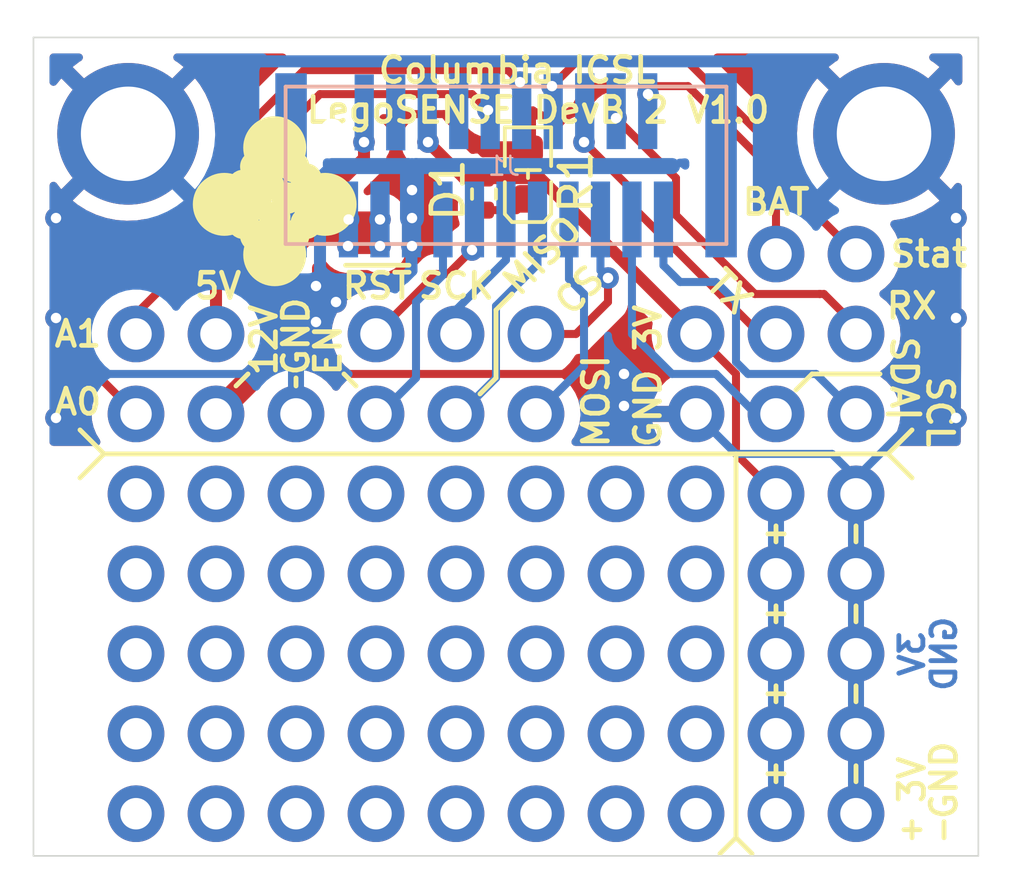
<source format=kicad_pcb>
(kicad_pcb (version 20211014) (generator pcbnew)
  (layers (0 "F.Cu" signal "Front") (31 "B.Cu" signal "Back") (34 "B.Paste" user) (35 "F.Paste" user) (36 "B.SilkS" user "B.Silkscreen") (37 "F.SilkS" user "F.Silkscreen") (38 "B.Mask" user) (39 "F.Mask" user) (44 "Edge.Cuts" user))
  (net 0 "")
  (net 1 "GND")
  (net 2 "/12V")
  (net 3 "/3V3")
  (net 4 "Net-(D1-Pad2)")
  (net 5 "/~{RST}")
  (net 6 "/SCK")
  (net 7 "/MISO")
  (net 8 "/MOSI")
  (net 9 "/CS")
  (net 10 "/SDA")
  (net 11 "/SCL")
  (net 12 "/5V")
  (net 13 "/TX")
  (net 14 "/RX")
  (net 15 "/EN")
  (net 16 "/Status")
  (net 17 "/A0")
  (net 18 "/A1")
  (net 19 "/BAT")
  (footprint "ICSL:M1502-B-2545-AL-TOP" (layer "F.Cu") (at 98.048 66.986)
    (fp_text reference "H1" hide)
    (fp_text value "GND" hide)
    (pad "1" thru_hole circle locked (at -3.048 -2.986) (size 4.5 4.5) (drill 3) (layers *.Cu *.Mask) (net 1 "GND"))
  )
  (footprint "ICSL:M1502-B-2545-AL-TOP" (layer "F.Cu") (at 119 64)
    (fp_text reference "H2" hide)
    (fp_text value "GND" hide)
    (pad "1" thru_hole circle locked (at 0 0) (size 4.5 4.5) (drill 3) (layers *.Cu *.Mask) (net 1 "GND"))
  )
  (footprint "ICSL:PinHeader_1x01_NoSilk" (layer "F.Cu") (at 97.79 72.898)
    (fp_text reference "J24" hide)
    (fp_text value "Conn_01x01" hide)
    (pad "1" thru_hole oval locked (at 0 0) (size 1.8 1.8) (drill 1) (layers *.Cu *.Mask) (net 2 "/12V"))
  )
  (footprint "ICSL:PinHeader_1x01_NoSilk" (layer "F.Cu") (at 100.33 72.898)
    (fp_text reference "J25" hide)
    (fp_text value "Conn_01x01" hide)
    (pad "1" thru_hole oval locked (at 0 0) (size 1.8 1.8) (drill 1) (layers *.Cu *.Mask) (net 1 "GND"))
  )
  (footprint "ICSL:PinHeader_1x01_NoSilk" (layer "F.Cu") (at 95.25 70.358)
    (fp_text reference "J27" hide)
    (fp_text value "Conn_01x01" hide)
    (pad "1" thru_hole oval locked (at 0 0) (size 1.8 1.8) (drill 1) (layers *.Cu *.Mask) (net 18 "/A1"))
  )
  (footprint "ICSL:PinHeader_1x01_NoSilk" (layer "F.Cu") (at 102.87 70.358)
    (fp_text reference "J28" hide)
    (fp_text value "Conn_01x01" hide)
    (pad "1" thru_hole oval locked (at 0 0) (size 1.8 1.8) (drill 1) (layers *.Cu *.Mask) (net 5 "/~{RST}"))
  )
  (footprint "ICSL:PinHeader_1x01_NoSilk" (layer "F.Cu") (at 97.79 70.358)
    (fp_text reference "J29" hide)
    (fp_text value "Conn_01x01" hide)
    (pad "1" thru_hole oval locked (at 0 0) (size 1.8 1.8) (drill 1) (layers *.Cu *.Mask) (net 12 "/5V"))
  )
  (footprint "ICSL:PinHeader_1x01_NoSilk" (layer "F.Cu") (at 102.87 72.898)
    (fp_text reference "J32" hide)
    (fp_text value "Conn_01x01" hide)
    (pad "1" thru_hole oval locked (at 0 0) (size 1.8 1.8) (drill 1) (layers *.Cu *.Mask) (net 15 "/EN"))
  )
  (footprint "ICSL:PinHeader_1x01_NoSilk" (layer "F.Cu") (at 115.57 72.898)
    (fp_text reference "J13" hide)
    (fp_text value "Conn_01x01" hide)
    (pad "1" thru_hole oval locked (at 0 0) (size 1.8 1.8) (drill 1) (layers *.Cu *.Mask) (net 10 "/SDA"))
  )
  (footprint "ICSL:PinHeader_1x01_NoSilk" (layer "F.Cu") (at 113.03 70.358)
    (fp_text reference "J14" hide)
    (fp_text value "Conn_01x01" hide)
    (pad "1" thru_hole oval locked (at 0 0) (size 1.8 1.8) (drill 1) (layers *.Cu *.Mask) (net 3 "/3V3"))
  )
  (footprint "ICSL:PinHeader_1x01_NoSilk" (layer "F.Cu") (at 113.03 72.898)
    (fp_text reference "J15" hide)
    (fp_text value "Conn_01x01" hide)
    (pad "1" thru_hole oval locked (at 0 0) (size 1.8 1.8) (drill 1) (layers *.Cu *.Mask) (net 1 "GND"))
  )
  (footprint "ICSL:PinHeader_1x01_NoSilk" (layer "F.Cu") (at 105.41 70.358)
    (fp_text reference "J16" hide)
    (fp_text value "Conn_01x01" hide)
    (pad "1" thru_hole oval locked (at 0 0) (size 1.8 1.8) (drill 1) (layers *.Cu *.Mask) (net 6 "/SCK"))
  )
  (footprint "ICSL:PinHeader_1x01_NoSilk" (layer "F.Cu") (at 105.41 72.898)
    (fp_text reference "J18" hide)
    (fp_text value "Conn_01x01" hide)
    (pad "1" thru_hole oval locked (at 0 0) (size 1.8 1.8) (drill 1) (layers *.Cu *.Mask) (net 7 "/MISO"))
  )
  (footprint "ICSL:PinHeader_1x01_NoSilk" (layer "F.Cu") (at 107.95 72.898)
    (fp_text reference "J19" hide)
    (fp_text value "Conn_01x01" hide)
    (pad "1" thru_hole oval locked (at 0 0) (size 1.8 1.8) (drill 1) (layers *.Cu *.Mask) (net 8 "/MOSI"))
  )
  (footprint "ICSL:PinHeader_1x01_NoSilk" (layer "F.Cu") (at 107.95 70.358)
    (fp_text reference "J17" hide)
    (fp_text value "Conn_01x01" hide)
    (pad "1" thru_hole oval locked (at 0 0) (size 1.8 1.8) (drill 1) (layers *.Cu *.Mask) (net 9 "/CS"))
  )
  (footprint "ICSL:PinHeader_1x01_NoSilk" (layer "F.Cu") (at 118.11 70.358 180)
    (fp_text reference "J22" hide)
    (fp_text value "Conn_01x01" hide)
    (pad "1" thru_hole oval locked (at 0 0 180) (size 1.8 1.8) (drill 1) (layers *.Cu *.Mask) (net 14 "/RX"))
  )
  (footprint "ICSL:PinHeader_1x01_NoSilk" (layer "F.Cu") (at 118.11 67.818)
    (fp_text reference "J31" hide)
    (fp_text value "Conn_01x01" hide)
    (pad "1" thru_hole oval locked (at 0 0) (size 1.8 1.8) (drill 1) (layers *.Cu *.Mask) (net 16 "/Status"))
  )
  (footprint "ICSL:PinHeader_1x01_NoSilk" (layer "F.Cu") (at 95.25 72.898)
    (fp_text reference "J26" hide)
    (fp_text value "Conn_01x01" hide)
    (pad "1" thru_hole oval locked (at 0 0) (size 1.8 1.8) (drill 1) (layers *.Cu *.Mask) (net 17 "/A0"))
  )
  (footprint "ICSL:PinHeader_1x01_NoSilk" (layer "F.Cu") (at 115.57 70.358)
    (fp_text reference "J21" hide)
    (fp_text value "Conn_01x01" hide)
    (pad "1" thru_hole oval locked (at 0 0) (size 1.8 1.8) (drill 1) (layers *.Cu *.Mask) (net 13 "/TX"))
  )
  (footprint "ICSL:PinHeader_1x01_NoSilk" (layer "F.Cu") (at 115.57 67.818)
    (fp_text reference "J30" hide)
    (fp_text value "Conn_01x01" hide)
    (pad "1" thru_hole oval locked (at 0 0) (size 1.8 1.8) (drill 1) (layers *.Cu *.Mask) (net 19 "/BAT"))
  )
  (footprint "ICSL:PinHeader_1x01_NoSilk" (layer "F.Cu") (at 118.11 72.898)
    (fp_text reference "J12" hide)
    (fp_text value "Conn_01x01" hide)
    (pad "1" thru_hole oval locked (at 0 0) (size 1.8 1.8) (drill 1) (layers *.Cu *.Mask) (net 11 "/SCL"))
  )
  (footprint "ICSL:PinHeader_1x08_2.54mm_NoSilk" (layer "F.Cu") (at 95.25 75.438 90)
    (fp_text reference "J2" hide)
    (fp_text value "Conn_01x08" hide)
    (pad "1" thru_hole oval locked (at 0 0 90) (size 1.8 1.8) (drill 1) (layers *.Cu *.Mask))
    (pad "2" thru_hole oval locked (at 0 2.54 90) (size 1.8 1.8) (drill 1) (layers *.Cu *.Mask))
    (pad "3" thru_hole oval locked (at 0 5.08 90) (size 1.8 1.8) (drill 1) (layers *.Cu *.Mask))
    (pad "4" thru_hole oval locked (at 0 7.62 90) (size 1.8 1.8) (drill 1) (layers *.Cu *.Mask))
    (pad "5" thru_hole oval locked (at 0 10.16 90) (size 1.8 1.8) (drill 1) (layers *.Cu *.Mask))
    (pad "6" thru_hole oval locked (at 0 12.7 90) (size 1.8 1.8) (drill 1) (layers *.Cu *.Mask))
    (pad "7" thru_hole oval locked (at 0 15.24 90) (size 1.8 1.8) (drill 1) (layers *.Cu *.Mask))
    (pad "8" thru_hole oval locked (at 0 17.78 90) (size 1.8 1.8) (drill 1) (layers *.Cu *.Mask))
  )
  (footprint "ICSL:PinHeader_1x08_2.54mm_NoSilk" (layer "F.Cu") (at 95.25 77.978 90)
    (fp_text reference "J3" hide)
    (fp_text value "Conn_01x08" hide)
    (pad "1" thru_hole oval locked (at 0 0 90) (size 1.8 1.8) (drill 1) (layers *.Cu *.Mask))
    (pad "2" thru_hole oval locked (at 0 2.54 90) (size 1.8 1.8) (drill 1) (layers *.Cu *.Mask))
    (pad "3" thru_hole oval locked (at 0 5.08 90) (size 1.8 1.8) (drill 1) (layers *.Cu *.Mask))
    (pad "4" thru_hole oval locked (at 0 7.62 90) (size 1.8 1.8) (drill 1) (layers *.Cu *.Mask))
    (pad "5" thru_hole oval locked (at 0 10.16 90) (size 1.8 1.8) (drill 1) (layers *.Cu *.Mask))
    (pad "6" thru_hole oval locked (at 0 12.7 90) (size 1.8 1.8) (drill 1) (layers *.Cu *.Mask))
    (pad "7" thru_hole oval locked (at 0 15.24 90) (size 1.8 1.8) (drill 1) (layers *.Cu *.Mask))
    (pad "8" thru_hole oval locked (at 0 17.78 90) (size 1.8 1.8) (drill 1) (layers *.Cu *.Mask))
  )
  (footprint "ICSL:PinHeader_1x08_2.54mm_NoSilk" (layer "F.Cu") (at 95.25 80.518 90)
    (fp_text reference "J4" hide)
    (fp_text value "Conn_01x08" hide)
    (pad "1" thru_hole oval locked (at 0 0 90) (size 1.8 1.8) (drill 1) (layers *.Cu *.Mask))
    (pad "2" thru_hole oval locked (at 0 2.54 90) (size 1.8 1.8) (drill 1) (layers *.Cu *.Mask))
    (pad "3" thru_hole oval locked (at 0 5.08 90) (size 1.8 1.8) (drill 1) (layers *.Cu *.Mask))
    (pad "4" thru_hole oval locked (at 0 7.62 90) (size 1.8 1.8) (drill 1) (layers *.Cu *.Mask))
    (pad "5" thru_hole oval locked (at 0 10.16 90) (size 1.8 1.8) (drill 1) (layers *.Cu *.Mask))
    (pad "6" thru_hole oval locked (at 0 12.7 90) (size 1.8 1.8) (drill 1) (layers *.Cu *.Mask))
    (pad "7" thru_hole oval locked (at 0 15.24 90) (size 1.8 1.8) (drill 1) (layers *.Cu *.Mask))
    (pad "8" thru_hole oval locked (at 0 17.78 90) (size 1.8 1.8) (drill 1) (layers *.Cu *.Mask))
  )
  (footprint "ICSL:PinHeader_1x08_2.54mm_NoSilk" (layer "F.Cu") (at 95.25 83.058 90)
    (fp_text reference "J5" hide)
    (fp_text value "Conn_01x08" hide)
    (pad "1" thru_hole oval locked (at 0 0 90) (size 1.8 1.8) (drill 1) (layers *.Cu *.Mask))
    (pad "2" thru_hole oval locked (at 0 2.54 90) (size 1.8 1.8) (drill 1) (layers *.Cu *.Mask))
    (pad "3" thru_hole oval locked (at 0 5.08 90) (size 1.8 1.8) (drill 1) (layers *.Cu *.Mask))
    (pad "4" thru_hole oval locked (at 0 7.62 90) (size 1.8 1.8) (drill 1) (layers *.Cu *.Mask))
    (pad "5" thru_hole oval locked (at 0 10.16 90) (size 1.8 1.8) (drill 1) (layers *.Cu *.Mask))
    (pad "6" thru_hole oval locked (at 0 12.7 90) (size 1.8 1.8) (drill 1) (layers *.Cu *.Mask))
    (pad "7" thru_hole oval locked (at 0 15.24 90) (size 1.8 1.8) (drill 1) (layers *.Cu *.Mask))
    (pad "8" thru_hole oval locked (at 0 17.78 90) (size 1.8 1.8) (drill 1) (layers *.Cu *.Mask))
  )
  (footprint "ICSL:PinHeader_1x08_2.54mm_NoSilk" (layer "F.Cu") (at 95.25 85.598 90)
    (fp_text reference "J6" hide)
    (fp_text value "Conn_01x08" hide)
    (pad "1" thru_hole oval locked (at 0 0 90) (size 1.8 1.8) (drill 1) (layers *.Cu *.Mask))
    (pad "2" thru_hole oval locked (at 0 2.54 90) (size 1.8 1.8) (drill 1) (layers *.Cu *.Mask))
    (pad "3" thru_hole oval locked (at 0 5.08 90) (size 1.8 1.8) (drill 1) (layers *.Cu *.Mask))
    (pad "4" thru_hole oval locked (at 0 7.62 90) (size 1.8 1.8) (drill 1) (layers *.Cu *.Mask))
    (pad "5" thru_hole oval locked (at 0 10.16 90) (size 1.8 1.8) (drill 1) (layers *.Cu *.Mask))
    (pad "6" thru_hole oval locked (at 0 12.7 90) (size 1.8 1.8) (drill 1) (layers *.Cu *.Mask))
    (pad "7" thru_hole oval locked (at 0 15.24 90) (size 1.8 1.8) (drill 1) (layers *.Cu *.Mask))
    (pad "8" thru_hole oval locked (at 0 17.78 90) (size 1.8 1.8) (drill 1) (layers *.Cu *.Mask))
  )
  (footprint "ICSL:PinHeader_1x05_2.54mm_NoSilk" (layer "F.Cu") (at 115.57 75.438)
    (fp_text reference "J7" hide)
    (fp_text value "Conn_01x05" hide)
    (pad "1" thru_hole oval locked (at 0 0) (size 1.8 1.8) (drill 1) (layers *.Cu *.Mask) (net 3 "/3V3"))
    (pad "2" thru_hole oval locked (at 0 2.54) (size 1.8 1.8) (drill 1) (layers *.Cu *.Mask) (net 3 "/3V3"))
    (pad "3" thru_hole oval locked (at 0 5.08) (size 1.8 1.8) (drill 1) (layers *.Cu *.Mask) (net 3 "/3V3"))
    (pad "4" thru_hole oval locked (at 0 7.62) (size 1.8 1.8) (drill 1) (layers *.Cu *.Mask) (net 3 "/3V3"))
    (pad "5" thru_hole oval locked (at 0 10.16) (size 1.8 1.8) (drill 1) (layers *.Cu *.Mask) (net 3 "/3V3"))
  )
  (footprint "ICSL:PinHeader_1x05_2.54mm_NoSilk" (layer "F.Cu") (at 118.11 75.438)
    (fp_text reference "J8" hide)
    (fp_text value "Conn_01x05" hide)
    (pad "1" thru_hole oval locked (at 0 0) (size 1.8 1.8) (drill 1) (layers *.Cu *.Mask) (net 1 "GND"))
    (pad "2" thru_hole oval locked (at 0 2.54) (size 1.8 1.8) (drill 1) (layers *.Cu *.Mask) (net 1 "GND"))
    (pad "3" thru_hole oval locked (at 0 5.08) (size 1.8 1.8) (drill 1) (layers *.Cu *.Mask) (net 1 "GND"))
    (pad "4" thru_hole oval locked (at 0 7.62) (size 1.8 1.8) (drill 1) (layers *.Cu *.Mask) (net 1 "GND"))
    (pad "5" thru_hole oval locked (at 0 10.16) (size 1.8 1.8) (drill 1) (layers *.Cu *.Mask) (net 1 "GND"))
  )
  (footprint "Resistor_SMD:R_0402_1005Metric" (layer "F.Cu") (at 106.299 65.913 -90)
    (fp_text reference "R1" (at -0.381 -2.921 -90) (layer "F.SilkS"))
    (fp_text value "10k")
    (fp_line (start -0.153641 -0.38) (end 0.153641 -0.38) (layer "F.SilkS") (width 0.12))
    (fp_line (start -0.153641 0.38) (end 0.153641 0.38) (layer "F.SilkS") (width 0.12))
    (pad "1" smd roundrect locked (at -0.51 0 270) (size 0.54 0.64) (layers "F.Cu" "F.Paste" "F.Mask") (net 3 "/3V3"))
    (pad "2" smd roundrect locked (at 0.51 0 270) (size 0.54 0.64) (layers "F.Cu" "F.Paste" "F.Mask"))
  )
  (footprint "ICSL:icsl_logo_notext" (layer "F.Cu") (at 99.568 66.04)
    (fp_text reference "G***" hide)
    (fp_text value "LOGO" hide)
    (fp_circle (center 0.086 0.6) (end 0.086 0.6) (layer "F.SilkS") (width 0.5) (fill none))
    (fp_circle (center 0.086 1.8) (end 0.086 1.8) (layer "F.SilkS") (width 1) (fill none))
    (fp_circle (center -0.114 -0.4) (end -0.114 -0.4) (layer "F.SilkS") (width 0.5) (fill none))
    (fp_circle (center -0.514 -1) (end -0.514 -1) (layer "F.SilkS") (width 0.5) (fill none))
    (fp_circle (center 1.086 0.8) (end 1.086 0.8) (layer "F.SilkS") (width 0.5) (fill none))
    (fp_circle (center 0.086 -1.6) (end 0.086 -1.6) (layer "F.SilkS") (width 1) (fill none))
    (fp_circle (center -0.514 1.2) (end -0.514 1.2) (layer "F.SilkS") (width 0.5) (fill none))
    (fp_circle (center 1.086 -0.6) (end 1.086 -0.6) (layer "F.SilkS") (width 0.5) (fill none))
    (fp_circle (center 0.686 1.2) (end 0.686 1.2) (layer "F.SilkS") (width 0.5) (fill none))
    (fp_circle (center 0.686 -1) (end 0.686 -1) (layer "F.SilkS") (width 0.5) (fill none))
    (fp_circle (center 0.486 0) (end 0.486 0) (layer "F.SilkS") (width 0.5) (fill none))
    (fp_circle (center -1.514 0.2) (end -1.514 0.2) (layer "F.SilkS") (width 1) (fill none))
    (fp_circle (center -0.514 0.2) (end -0.514 0.2) (layer "F.SilkS") (width 0.5) (fill none))
    (fp_circle (center -0.914 -0.4) (end -0.914 -0.4) (layer "F.SilkS") (width 0.5) (fill none))
    (fp_circle (center -0.914 0.8) (end -0.914 0.8) (layer "F.SilkS") (width 0.5) (fill none))
    (fp_circle (center 1.686 0.2) (end 1.686 0.2) (layer "F.SilkS") (width 1) (fill none))
  )
  (footprint "jlcsmt:LED_0603_1608Metric" (layer "F.Cu") (at 107.696 65.278 90)
    (fp_text reference "D1" (at -0.508 -2.54 90) (layer "F.SilkS"))
    (fp_text value "LED_0603_Red")
    (fp_line (start 1.485 -0.735) (end 0.254 -0.735) (layer "F.SilkS") (width 0.12))
    (fp_line (start 0.254 0.735) (end 1.485 0.735) (layer "F.SilkS") (width 0.12))
    (fp_line (start -1.27 0.735) (end -0.254 0.735) (layer "F.SilkS") (width 0.12))
    (fp_line (start -1.524 -0.508) (end -1.27 -0.735) (layer "F.SilkS") (width 0.12))
    (fp_line (start -1.27 0.735) (end -1.524 0.508) (layer "F.SilkS") (width 0.12))
    (fp_line (start 1.485 0.735) (end 1.485 -0.735) (layer "F.SilkS") (width 0.12))
    (fp_line (start 0.127 -0.381) (end 0.127 0.381) (layer "F.SilkS") (width 0.12))
    (fp_line (start -1.524 0.508) (end -1.524 -0.508) (layer "F.SilkS") (width 0.12))
    (fp_line (start -0.254 -0.735) (end -1.27 -0.735) (layer "F.SilkS") (width 0.12))
    (fp_line (start 0.127 0) (end -0.127 0) (layer "F.SilkS") (width 0.12))
    (pad "1" smd roundrect (at 0.7875 0 270) (size 0.875 0.95) (layers "F.Cu" "F.Paste" "F.Mask") (net 1 "GND"))
    (pad "2" smd roundrect (at -0.7875 0 270) (size 0.875 0.95) (layers "F.Cu" "F.Paste" "F.Mask"))
  )
  (footprint "ICSL:Amphenol_91911-31321LF_PLUG" (layer "B.Cu") (at 107 65 180)
    (fp_text reference "J1" (at 0.066 -0.024) (layer "B.SilkS") (effects (font (size 0.6 0.6) (thickness 0.08)) (justify mirror)))
    (fp_text value "LegoSENSE_Module_CONN_V1" hide)
    (fp_line (start -6.9965 -2.5) (end 7 -2.5) (layer "B.SilkS") (width 0.12))
    (fp_line (start 7 -2.5) (end 7 2.5) (layer "B.SilkS") (width 0.12))
    (fp_line (start -6.9965 2.5) (end -6.9965 -2.5) (layer "B.SilkS") (width 0.12))
    (fp_line (start 7 2.5) (end -6.9965 2.5) (layer "B.SilkS") (width 0.12))
    (pad "" np_thru_hole circle locked (at -5.5245 1.1 180) (size 0.76 0.76) (drill 0.76) (layers *.Cu *.Mask))
    (pad "" smd rect locked (at 6.8265 0 180) (size 1 5.85) (layers "B.Cu" "B.Paste" "B.Mask"))
    (pad "" smd rect locked (at -6.8265 0 180) (size 1 5.85) (layers "B.Cu" "B.Paste" "B.Mask"))
    (pad "" np_thru_hole circle locked (at 5.5245 1.1 180) (size 0.76 0.76) (drill 0.76) (layers *.Cu *.Mask))
    (pad "1" smd rect locked (at 5.0035 -1.72 180) (size 0.61 2.41) (layers "B.Cu" "B.Paste" "B.Mask") (net 2 "/12V"))
    (pad "2" smd rect locked (at 4.0035 -1.72 180) (size 0.61 2.41) (layers "B.Cu" "B.Paste" "B.Mask") (net 2 "/12V"))
    (pad "3" smd rect locked (at 3.0035 -1.72 180) (size 0.61 2.41) (layers "B.Cu" "B.Paste" "B.Mask") (net 1 "GND"))
    (pad "4" smd rect locked (at 2.0035 -1.72 180) (size 0.61 2.41) (layers "B.Cu" "B.Paste" "B.Mask") (net 15 "/EN"))
    (pad "5" smd rect locked (at 1.0035 -1.72 180) (size 0.61 2.41) (layers "B.Cu" "B.Paste" "B.Mask") (net 5 "/~{RST}"))
    (pad "6" smd rect locked (at 0.0035 -1.72 180) (size 0.61 2.41) (layers "B.Cu" "B.Paste" "B.Mask") (net 6 "/SCK"))
    (pad "7" smd rect locked (at -0.9965 -1.72 180) (size 0.61 2.41) (layers "B.Cu" "B.Paste" "B.Mask") (net 7 "/MISO"))
    (pad "8" smd rect locked (at -1.9965 -1.72 180) (size 0.61 2.41) (layers "B.Cu" "B.Paste" "B.Mask") (net 8 "/MOSI"))
    (pad "9" smd rect locked (at -2.9965 -1.72 180) (size 0.61 2.41) (layers "B.Cu" "B.Paste" "B.Mask") (net 9 "/CS"))
    (pad "10" smd rect locked (at -3.9965 -1.72 180) (size 0.61 2.41) (layers "B.Cu" "B.Paste" "B.Mask") (net 10 "/SDA"))
    (pad "11" smd rect locked (at -4.9965 -1.72 180) (size 0.61 2.41) (layers "B.Cu" "B.Paste" "B.Mask") (net 11 "/SCL"))
    (pad "12" smd rect locked (at -4.4965 1.72 180) (size 0.61 2.41) (layers "B.Cu" "B.Paste" "B.Mask") (net 19 "/BAT"))
    (pad "13" smd rect locked (at -3.4965 1.72 180) (size 0.61 2.41) (layers "B.Cu" "B.Paste" "B.Mask") (net 14 "/RX"))
    (pad "14" smd rect locked (at -2.4965 1.72 180) (size 0.61 2.41) (layers "B.Cu" "B.Paste" "B.Mask") (net 13 "/TX"))
    (pad "15" smd rect locked (at -1.4965 1.72 180) (size 0.61 2.41) (layers "B.Cu" "B.Paste" "B.Mask") (net 16 "/Status"))
    (pad "16" smd rect locked (at -0.4965 1.72 180) (size 0.61 2.41) (layers "B.Cu" "B.Paste" "B.Mask") (net 17 "/A0"))
    (pad "17" smd rect locked (at 0.5035 1.72 180) (size 0.61 2.41) (layers "B.Cu" "B.Paste" "B.Mask") (net 18 "/A1"))
    (pad "18" smd rect locked (at 1.5035 1.72 180) (size 0.61 2.41) (layers "B.Cu" "B.Paste" "B.Mask"))
    (pad "19" smd rect locked (at 2.5035 1.72 180) (size 0.61 2.41) (layers "B.Cu" "B.Paste" "B.Mask") (net 3 "/3V3"))
    (pad "20" smd rect locked (at 3.5035 1.68 180) (size 0.61 2.41) (layers "B.Cu" "B.Paste" "B.Mask"))
    (pad "21" smd rect locked (at 4.5035 1.68 180) (size 0.61 2.41) (layers "B.Cu" "B.Paste" "B.Mask") (net 12 "/5V"))
  )
  (gr_line (start 98.806 71.628) (end 98.425 72.009) (layer "F.SilkS") (width 0.1524))
  (gr_line (start 115.316 76.708) (end 115.824 76.708) (layer "F.SilkS") (width 0.1524))
  (gr_line (start 119.126 74.168) (end 119.888 74.93) (layer "F.SilkS") (width 0.1524))
  (gr_line (start 94.234 74.168) (end 93.472 74.93) (layer "F.SilkS") (width 0.1524))
  (gr_line (start 114.3 86.36) (end 114.808 86.868) (layer "F.SilkS") (width 0.1524))
  (gr_line (start 120.904 85.852) (end 120.904 86.36) (layer "F.SilkS") (width 0.1524))
  (gr_line (start 119.126 72.898) (end 120.142 72.898) (layer "F.SilkS") (width 0.1524))
  (gr_line (start 115.57 81.534) (end 115.57 82.042) (layer "F.SilkS") (width 0.1524))
  (gr_line (start 115.316 81.788) (end 115.824 81.788) (layer "F.SilkS") (width 0.1524))
  (gr_line (start 119.888 85.852) (end 119.888 86.36) (layer "F.SilkS") (width 0.1524))
  (gr_line (start 94.234 74.168) (end 93.472 73.406) (layer "F.SilkS") (width 0.1524))
  (gr_line (start 116.713 71.628) (end 116.205 72.136) (layer "F.SilkS") (width 0.1524))
  (gr_line (start 115.316 79.248) (end 115.824 79.248) (layer "F.SilkS") (width 0.1524))
  (gr_line (start 115.57 76.454) (end 115.57 76.962) (layer "F.SilkS") (width 0.1524))
  (gr_line (start 114.3 86.36) (end 113.792 86.868) (layer "F.SilkS") (width 0.1524))
  (gr_line (start 114.3 74.168) (end 114.3 86.36) (layer "F.SilkS") (width 0.1524))
  (gr_line (start 106.68 69.596) (end 107.188 69.088) (layer "F.SilkS") (width 0.1524))
  (gr_line (start 106.172 72.263) (end 106.68 71.755) (layer "F.SilkS") (width 0.1524))
  (gr_line (start 115.57 84.074) (end 115.57 84.582) (layer "F.SilkS") (width 0.1524))
  (gr_line (start 118.11 82.042) (end 118.11 81.534) (layer "F.SilkS") (width 0.1524))
  (gr_line (start 102.235 72.009) (end 101.854 71.628) (layer "F.SilkS") (width 0.1524))
  (gr_line (start 118.11 79.502) (end 118.11 78.994) (layer "F.SilkS") (width 0.1524))
  (gr_line (start 115.316 84.328) (end 115.824 84.328) (layer "F.SilkS") (width 0.1524))
  (gr_line (start 118.872 71.628) (end 116.713 71.628) (layer "F.SilkS") (width 0.1524))
  (gr_line (start 100.33 72.009) (end 100.33 71.755) (layer "F.SilkS") (width 0.1524))
  (gr_line (start 119.126 74.168) (end 119.888 73.406) (layer "F.SilkS") (width 0.1524))
  (gr_line (start 118.11 76.962) (end 118.11 76.454) (layer "F.SilkS") (width 0.1524))
  (gr_line (start 94.234 74.168) (end 119.126 74.168) (layer "F.SilkS") (width 0.1524))
  (gr_line (start 118.11 84.074) (end 118.11 84.582) (layer "F.SilkS") (width 0.1524))
  (gr_line (start 106.68 71.755) (end 106.68 69.596) (layer "F.SilkS") (width 0.1524))
  (gr_line (start 119.634 86.106) (end 120.142 86.106) (layer "F.SilkS") (width 0.1524))
  (gr_line (start 115.57 78.994) (end 115.57 79.502) (layer "F.SilkS") (width 0.1524))
  (gr_line (start 121.995 60.938) (end 91.995 60.938) (layer "Edge.Cuts") (width 0.05))
  (gr_line (start 91.995 60.938) (end 91.995 86.938) (layer "Edge.Cuts") (width 0.05))
  (gr_line (start 91.995 86.938) (end 121.995 86.938) (layer "Edge.Cuts") (width 0.05))
  (gr_line (start 121.995 86.938) (end 121.995 60.938) (layer "Edge.Cuts") (width 0.05))
  (gr_text "GND" (at 120.904 80.518 90) (layer "B.Cu") (effects (font (size 0.762 0.762) (thickness 0.1524)) (justify mirror)))
  (gr_text "3V" (at 119.888 80.518 90) (layer "B.Cu") (effects (font (size 0.762 0.762) (thickness 0.1524)) (justify mirror)))
  (gr_text "SCL" (at 120.777 71.628 -90) (layer "F.SilkS") (effects (font (size 0.8 0.8)) (justify left)))
  (gr_text "GND 3V" (at 111.506 74.041 90) (layer "F.SilkS") (effects (font (size 0.8 0.8)) (justify left)))
  (gr_text "SDA" (at 119.634 70.358 -90) (layer "F.SilkS") (effects (font (size 0.8 0.8)) (justify left)))
  (gr_text "GND" (at 120.904 85.852 90) (layer "F.SilkS") (effects (font (size 0.8 0.8)) (justify left)))
  (gr_text "MOSI" (at 109.855 74.041 90) (layer "F.SilkS") (effects (font (size 0.8 0.8)) (justify left)))
  (gr_text "12V" (at 99.314 71.755 90) (layer "F.SilkS") (effects (font (size 0.8 0.8)) (justify left)))
  (gr_text "EN" (at 101.346 71.755 90) (layer "F.SilkS") (effects (font (size 0.8 0.8)) (justify left)))
  (gr_text "5V" (at 97.028 68.834) (layer "F.SilkS") (effects (font (size 0.8 0.8)) (justify left)))
  (gr_text "Stat" (at 119.126 67.818) (layer "F.SilkS") (effects (font (size 0.8 0.8)) (justify left)))
  (gr_text "BAT" (at 114.427 66.167) (layer "F.SilkS") (effects (font (size 0.8 0.8)) (justify left)))
  (gr_text "3V" (at 119.888 85.344 90) (layer "F.SilkS") (effects (font (size 0.8 0.8)) (justify left)))
  (gr_text "TX" (at 113.538 68.453 -45) (layer "F.SilkS") (effects (font (size 0.8 0.8)) (justify left)))
  (gr_text "SCK" (at 104.14 68.834) (layer "F.SilkS") (effects (font (size 0.8 0.8)) (justify left)))
  (gr_text "CS" (at 108.712 69.596 45) (layer "F.SilkS") (effects (font (size 0.8 0.8)) (justify left)))
  (gr_text "A0" (at 92.583 72.517) (layer "F.SilkS") (effects (font (size 0.8 0.8)) (justify left)))
  (gr_text "A1" (at 92.583 70.358) (layer "F.SilkS") (effects (font (size 0.8 0.8)) (justify left)))
  (gr_text "RX" (at 118.999 69.469) (layer "F.SilkS") (effects (font (size 0.8 0.8)) (justify left)))
  (gr_text "MISO" (at 107.061 68.961 45) (layer "F.SilkS") (effects (font (size 0.8 0.8)) (justify left)))
  (gr_text "GND" (at 100.33 71.755 90) (layer "F.SilkS") (effects (font (size 0.8 0.8)) (justify left)))
  (gr_text "~{RST}" (at 101.727 68.834) (layer "F.SilkS") (effects (font (size 0.8 0.8)) (justify left)))
  (gr_text "LegoSENSE DevB 2 V1.0" (at 100.584 63.246) (layer "F.SilkS") (effects (font (size 0.8 0.8)) (justify left)))
  (gr_text "Columbia ICSL" (at 102.87 61.976) (layer "F.SilkS") (effects (font (size 0.8 0.8)) (justify left)))
  (segment (start 110.236 71.628) (end 101.6 71.628) (width 0.254) (layer "F.Cu") (net 1))
  (segment (start 110.236 71.628) (end 110.236 71.628) (width 0.254) (layer "F.Cu") (net 1))
  (segment (start 107.569 64.6175) (end 106.2735 64.6175) (width 0.254) (layer "F.Cu") (net 1))
  (segment (start 106.2735 64.6175) (end 105.029 63.373) (width 0.254) (layer "F.Cu") (net 1))
  (segment (start 117.5 62.5) (end 119 64) (width 0.2032) (layer "F.Cu") (net 1))
  (segment (start 105.029 63.373) (end 103.759 63.373) (width 0.254) (layer "F.Cu") (net 1))
  (segment (start 103.759 63.373) (end 103.505 63.627) (width 0.254) (layer "F.Cu") (net 1))
  (via (at 110.744 71.628) (size 0.6858) (drill 0.3302) (layers "F.Cu" "B.Cu") (net 1))
  (via (at 92.71 66.675) (size 0.6858) (drill 0.3302) (layers "F.Cu" "B.Cu") (net 1))
  (via (at 101.6 69.342) (size 0.6858) (drill 0.3302) (layers "F.Cu" "B.Cu") (net 1))
  (via (at 110.744 72.644) (size 0.6858) (drill 0.3302) (layers "F.Cu" "B.Cu") (net 1))
  (via (at 92.71 73.025) (size 0.6858) (drill 0.3302) (layers "F.Cu" "B.Cu") (net 1))
  (via (at 100.965 69.977) (size 0.6858) (drill 0.3302) (layers "F.Cu" "B.Cu") (net 1))
  (via (at 100.965 68.834) (size 0.6858) (drill 0.3302) (layers "F.Cu" "B.Cu") (net 1))
  (via (at 104.013 66.675) (size 0.6858) (drill 0.3302) (layers "F.Cu" "B.Cu") (net 1))
  (via (at 121.285 73.025) (size 0.6858) (drill 0.3302) (layers "F.Cu" "B.Cu") (net 1))
  (via (at 92.71 69.85) (size 0.6858) (drill 0.3302) (layers "F.Cu" "B.Cu") (net 1))
  (via (at 121.285 69.85) (size 0.6858) (drill 0.3302) (layers "F.Cu" "B.Cu") (net 1))
  (via (at 104.013 65.786) (size 0.6858) (drill 0.3302) (layers "F.Cu" "B.Cu") (net 1))
  (via (at 121.285 66.675) (size 0.6858) (drill 0.3302) (layers "F.Cu" "B.Cu") (net 1))
  (via (at 104.013 67.564) (size 0.6858) (drill 0.3302) (layers "F.Cu" "B.Cu") (net 1))
  (segment (start 116.696599 61.696599) (end 119 64) (width 0.381) (layer "B.Cu") (net 1))
  (segment (start 118.11 83.058) (end 118.11 85.598) (width 0.508) (layer "B.Cu") (net 1))
  (segment (start 101.092 68.707) (end 100.965 68.834) (width 0.381) (layer "B.Cu") (net 1))
  (segment (start 101.473 65.024) (end 101.092 65.405) (width 0.381) (layer "B.Cu") (net 1))
  (segment (start 118.11 74.93) (end 119.634 73.406) (width 0.254) (layer "B.Cu") (net 1))
  (segment (start 118.11 74.93) (end 118.11 75.438) (width 0.254) (layer "B.Cu") (net 1))
  (segment (start 113.03 72.898) (end 114.3 74.168) (width 0.254) (layer "B.Cu") (net 1))
  (segment (start 118.11 80.518) (end 118.11 77.978) (width 0.508) (layer "B.Cu") (net 1))
  (segment (start 117.348 74.168) (end 118.11 74.93) (width 0.254) (layer "B.Cu") (net 1))
  (segment (start 93.472 71.628) (end 99.187 71.628) (width 0.254) (layer "B.Cu") (net 1))
  (segment (start 95 64) (end 97.303401 61.696599) (width 0.381) (layer "B.Cu") (net 1))
  (segment (start 104.013 66.675) (end 104.013 65.151) (width 0.762) (layer "B.Cu") (net 1))
  (segment (start 114.3 74.168) (end 117.348 74.168) (width 0.254) (layer "B.Cu") (net 1))
  (segment (start 97.303401 61.696599) (end 116.696599 61.696599) (width 0.381) (layer "B.Cu") (net 1))
  (segment (start 103.9965 66.72) (end 103.9965 68.3425) (width 0.381) (layer "B.Cu") (net 1))
  (segment (start 104.013 65.151) (end 104.14 65.024) (width 0.508) (layer "B.Cu") (net 1))
  (segment (start 103.9965 68.3425) (end 103.759 68.58) (width 0.381) (layer "B.Cu") (net 1))
  (segment (start 118.11 80.518) (end 118.11 83.058) (width 0.508) (layer "B.Cu") (net 1))
  (segment (start 103.886 65.024) (end 101.473 65.024) (width 0.508) (layer "B.Cu") (net 1))
  (segment (start 104.14 65.024) (end 112.268 65.024) (width 0.508) (layer "B.Cu") (net 1))
  (segment (start 104.013 65.151) (end 103.886 65.024) (width 0.508) (layer "B.Cu") (net 1))
  (segment (start 101.092 65.405) (end 101.092 68.707) (width 0.381) (layer "B.Cu") (net 1))
  (segment (start 118.11 75.438) (end 118.11 77.978) (width 0.508) (layer "B.Cu") (net 1))
  (segment (start 102.9965 66.72) (end 102.825 66.72) (width 0.508) (layer "F.Cu") (net 2))
  (segment (start 102.997 66.7205) (end 102.9965 66.72) (width 0.508) (layer "F.Cu") (net 2))
  (segment (start 101.9995 66.72) (end 101.9995 67.5455) (width 0.508) (layer "F.Cu") (net 2))
  (segment (start 102.9965 66.72) (end 101.9995 66.72) (width 0.508) (layer "F.Cu") (net 2))
  (segment (start 99.949 67.818) (end 99.949 70.739) (width 0.762) (layer "F.Cu") (net 2))
  (segment (start 100.711 67.056) (end 99.949 67.818) (width 0.762) (layer "F.Cu") (net 2))
  (segment (start 102.997 67.564) (end 102.8435 67.564) (width 0.508) (layer "F.Cu") (net 2))
  (segment (start 102.489 67.056) (end 100.711 67.056) (width 0.762) (layer "F.Cu") (net 2))
  (segment (start 102.489 67.056) (end 101.981 67.564) (width 0.508) (layer "F.Cu") (net 2))
  (segment (start 102.997 67.564) (end 102.997 66.7205) (width 0.508) (layer "F.Cu") (net 2))
  (segment (start 101.9995 67.5455) (end 101.981 67.564) (width 0.508) (layer "F.Cu") (net 2))
  (segment (start 97.79 72.898) (end 99.949 70.739) (width 0.762) (layer "F.Cu") (net 2))
  (segment (start 102.8435 67.564) (end 101.9995 66.72) (width 0.508) (layer "F.Cu") (net 2))
  (segment (start 102.825 66.72) (end 102.489 67.056) (width 0.508) (layer "F.Cu") (net 2))
  (segment (start 102.997 67.564) (end 101.981 67.564) (width 0.508) (layer "F.Cu") (net 2))
  (via (at 102.9965 66.72) (size 0.6858) (drill 0.3302) (layers "F.Cu" "B.Cu") (net 2))
  (via (at 102.997 67.564) (size 0.6858) (drill 0.3302) (layers "F.Cu" "B.Cu") (net 2))
  (via (at 101.981 67.564) (size 0.6858) (drill 0.3302) (layers "F.Cu" "B.Cu") (net 2))
  (via (at 101.9995 66.72) (size 0.6858) (drill 0.3302) (layers "F.Cu" "B.Cu") (net 2))
  (segment (start 101.9995 66.72) (end 101.9965 66.72) (width 0.4064) (layer "B.Cu") (net 2))
  (segment (start 102.9965 66.72) (end 102.9965 66.72) (width 0.4064) (layer "B.Cu") (net 2))
  (segment (start 110.617 67.945) (end 113.03 70.358) (width 0.381) (layer "F.Cu") (net 3))
  (segment (start 108.077 65.405) (end 110.617 67.945) (width 0.381) (layer "F.Cu") (net 3))
  (segment (start 104.521 64.262) (end 105.664 65.405) (width 0.381) (layer "F.Cu") (net 3))
  (segment (start 113.03 70.358) (end 114.3 71.628) (width 0.254) (layer "F.Cu") (net 3))
  (segment (start 105.664 65.405) (end 108.077 65.405) (width 0.381) (layer "F.Cu") (net 3))
  (segment (start 114.3 74.168) (end 115.57 75.438) (width 0.254) (layer "F.Cu") (net 3))
  (segment (start 114.3 71.628) (end 114.3 74.168) (width 0.254) (layer "F.Cu") (net 3))
  (via (at 104.521 64.262) (size 0.6858) (drill 0.3302) (layers "F.Cu" "B.Cu") (net 3))
  (segment (start 115.57 85.598) (end 115.57 83.058) (width 0.508) (layer "B.Cu") (net 3))
  (segment (start 104.4965 64.2375) (end 104.521 64.262) (width 0.381) (layer "B.Cu") (net 3))
  (segment (start 115.57 83.058) (end 115.57 80.518) (width 0.508) (layer "B.Cu") (net 3))
  (segment (start 104.4965 63.28) (end 104.4965 63.3485) (width 0.127) (layer "B.Cu") (net 3))
  (segment (start 115.57 77.978) (end 115.57 75.438) (width 0.508) (layer "B.Cu") (net 3))
  (segment (start 104.4965 63.28) (end 104.4965 64.2375) (width 0.381) (layer "B.Cu") (net 3))
  (segment (start 115.57 80.518) (end 115.57 77.978) (width 0.508) (layer "B.Cu") (net 3))
  (segment (start 104.4965 63.3485) (end 104.521 63.373) (width 0.127) (layer "B.Cu") (net 3))
  (segment (start 106.299 66.423) (end 107.3385 66.423) (width 0.254) (layer "F.Cu") (net 4))
  (segment (start 107.3385 66.423) (end 107.569 66.1925) (width 0.254) (layer "F.Cu") (net 4))
  (segment (start 104.775 68.453) (end 105.156 68.453) (width 0.254) (layer "F.Cu") (net 5))
  (segment (start 102.87 70.358) (end 104.775 68.453) (width 0.254) (layer "F.Cu") (net 5))
  (segment (start 105.156 68.453) (end 105.918 67.691) (width 0.254) (layer "F.Cu") (net 5))
  (via (at 105.918 67.691) (size 0.6858) (drill 0.3302) (layers "F.Cu" "B.Cu") (net 5))
  (segment (start 105.9965 67.6125) (end 105.918 67.691) (width 0.254) (layer "B.Cu") (net 5))
  (segment (start 105.9965 66.72) (end 105.9965 67.6125) (width 0.254) (layer "B.Cu") (net 5))
  (segment (start 106.9965 68.0095) (end 105.41 69.596) (width 0.254) (layer "B.Cu") (net 6))
  (segment (start 106.9965 66.72) (end 106.9965 68.0095) (width 0.254) (layer "B.Cu") (net 6))
  (segment (start 105.41 69.596) (end 105.41 70.358) (width 0.254) (layer "B.Cu") (net 6))
  (segment (start 106.68 69.469) (end 106.68 71.755) (width 0.254) (layer "B.Cu") (net 7))
  (segment (start 107.9965 66.72) (end 107.9965 68.1525) (width 0.254) (layer "B.Cu") (net 7))
  (segment (start 105.537 72.898) (end 105.41 72.898) (width 0.254) (layer "B.Cu") (net 7))
  (segment (start 106.68 71.755) (end 105.537 72.898) (width 0.254) (layer "B.Cu") (net 7))
  (segment (start 107.9965 68.1525) (end 106.68 69.469) (width 0.254) (layer "B.Cu") (net 7))
  (segment (start 109.474 71.374) (end 107.95 72.898) (width 0.254) (layer "B.Cu") (net 8))
  (segment (start 108.9965 68.6105) (end 109.474 69.088) (width 0.254) (layer "B.Cu") (net 8))
  (segment (start 109.474 69.088) (end 109.474 71.374) (width 0.254) (layer "B.Cu") (net 8))
  (segment (start 108.9965 66.72) (end 108.9965 68.6105) (width 0.254) (layer "B.Cu") (net 8))
  (segment (start 110.236 69.342) (end 109.22 70.358) (width 0.254) (layer "F.Cu") (net 9))
  (segment (start 109.22 70.358) (end 107.95 70.358) (width 0.254) (layer "F.Cu") (net 9))
  (segment (start 110.236 68.58) (end 110.236 69.342) (width 0.254) (layer "F.Cu") (net 9))
  (via (at 110.236 68.58) (size 0.6858) (drill 0.3302) (layers "F.Cu" "B.Cu") (net 9))
  (segment (start 109.9965 66.72) (end 109.9965 68.3405) (width 0.254) (layer "B.Cu") (net 9))
  (segment (start 109.9965 68.3405) (end 110.236 68.58) (width 0.254) (layer "B.Cu") (net 9))
  (segment (start 110.9965 70.3565) (end 110.9965 66.72) (width 0.254) (layer "B.Cu") (net 10))
  (segment (start 112.268 71.628) (end 110.9965 70.3565) (width 0.254) (layer "B.Cu") (net 10))
  (segment (start 114.935 72.898) (end 115.57 72.898) (width 0.254) (layer "B.Cu") (net 10))
  (segment (start 113.665 71.628) (end 112.268 71.628) (width 0.254) (layer "B.Cu") (net 10))
  (segment (start 113.665 71.628) (end 114.935 72.898) (width 0.254) (layer "B.Cu") (net 10))
  (segment (start 114.3 69.342) (end 114.3 71.247) (width 0.254) (layer "B.Cu") (net 11))
  (segment (start 114.681 71.628) (end 116.84 71.628) (width 0.254) (layer "B.Cu") (net 11))
  (segment (start 116.84 71.628) (end 118.11 72.898) (width 0.254) (layer "B.Cu") (net 11))
  (segment (start 112.5245 68.707) (end 113.665 68.707) (width 0.254) (layer "B.Cu") (net 11))
  (segment (start 111.9965 66.72) (end 111.9965 68.179) (width 0.254) (layer "B.Cu") (net 11))
  (segment (start 111.9965 68.179) (end 112.5245 68.707) (width 0.254) (layer "B.Cu") (net 11))
  (segment (start 114.3 71.247) (end 114.681 71.628) (width 0.254) (layer "B.Cu") (net 11))
  (segment (start 113.665 68.707) (end 114.3 69.342) (width 0.254) (layer "B.Cu") (net 11))
  (segment (start 101.854 65.405) (end 100.965 65.405) (width 0.381) (layer "F.Cu") (net 12))
  (segment (start 102.489 64.262) (end 102.489 64.77) (width 0.381) (layer "F.Cu") (net 12))
  (segment (start 102.489 64.77) (end 101.854 65.405) (width 0.381) (layer "F.Cu") (net 12))
  (segment (start 97.79 68.58) (end 100.965 65.405) (width 0.381) (layer "F.Cu") (net 12))
  (segment (start 97.79 70.358) (end 97.79 68.58) (width 0.381) (layer "F.Cu") (net 12))
  (via (at 102.489 64.262) (size 0.6858) (drill 0.3302) (layers "F.Cu" "B.Cu") (net 12))
  (segment (start 102.4965 63.32) (end 102.4965 64.2545) (width 0.381) (layer "B.Cu") (net 12))
  (segment (start 102.4965 64.2545) (end 102.489 64.262) (width 0.381) (layer "B.Cu") (net 12))
  (segment (start 110.871 66.167) (end 110.871 65.659) (width 0.254) (layer "F.Cu") (net 13))
  (segment (start 110.871 65.659) (end 109.474 64.262) (width 0.254) (layer "F.Cu") (net 13))
  (segment (start 115.57 70.358) (end 115.062 70.358) (width 0.254) (layer "F.Cu") (net 13))
  (segment (start 115.062 70.358) (end 110.871 66.167) (width 0.254) (layer "F.Cu") (net 13))
  (via (at 109.474 64.262) (size 0.6858) (drill 0.3302) (layers "F.Cu" "B.Cu") (net 13))
  (segment (start 109.4965 64.2395) (end 109.474 64.262) (width 0.254) (layer "B.Cu") (net 13))
  (segment (start 109.4965 63.28) (end 109.4965 64.2395) (width 0.254) (layer "B.Cu") (net 13))
  (segment (start 117.094 69.088) (end 118.11 70.104) (width 0.254) (layer "F.Cu") (net 14))
  (segment (start 112.395 66.58292) (end 112.395 65.405) (width 0.254) (layer "F.Cu") (net 14))
  (segment (start 116.955999 69.088) (end 117.094 69.088) (width 0.254) (layer "F.Cu") (net 14))
  (segment (start 114.90008 69.088) (end 112.395 66.58292) (width 0.254) (layer "F.Cu") (net 14))
  (segment (start 116.955999 69.088) (end 116.967 69.088) (width 0.254) (layer "F.Cu") (net 14))
  (segment (start 116.955999 69.088) (end 114.90008 69.088) (width 0.254) (layer "F.Cu") (net 14))
  (segment (start 112.395 65.405) (end 110.49 63.5) (width 0.254) (layer "F.Cu") (net 14))
  (segment (start 118.11 70.104) (end 118.11 70.358) (width 0.254) (layer "F.Cu") (net 14))
  (via (at 110.49 63.5) (size 0.6858) (drill 0.3302) (layers "F.Cu" "B.Cu") (net 14))
  (segment (start 110.4965 63.28) (end 110.4965 63.4935) (width 0.254) (layer "B.Cu") (net 14))
  (segment (start 110.4965 63.4935) (end 110.49 63.5) (width 0.254) (layer "B.Cu") (net 14))
  (segment (start 104.9965 68.4855) (end 104.14 69.342) (width 0.254) (layer "B.Cu") (net 15))
  (segment (start 104.14 71.755) (end 102.997 72.898) (width 0.254) (layer "B.Cu") (net 15))
  (segment (start 102.997 72.898) (end 102.87 72.898) (width 0.254) (layer "B.Cu") (net 15))
  (segment (start 104.14 69.342) (end 104.14 71.755) (width 0.254) (layer "B.Cu") (net 15))
  (segment (start 104.9965 66.72) (end 104.9965 68.4855) (width 0.254) (layer "B.Cu") (net 15))
  (segment (start 116.332 65.278) (end 116.332 66.04) (width 0.254) (layer "F.Cu") (net 16))
  (segment (start 116.332 66.04) (end 118.11 67.818) (width 0.254) (layer "F.Cu") (net 16))
  (segment (start 112.776 61.722) (end 116.332 65.278) (width 0.254) (layer "F.Cu") (net 16))
  (segment (start 109.22 61.722) (end 112.776 61.722) (width 0.254) (layer "F.Cu") (net 16))
  (segment (start 108.458 62.484) (end 109.22 61.722) (width 0.254) (layer "F.Cu") (net 16))
  (via (at 108.458 62.484) (size 0.6858) (drill 0.3302) (layers "F.Cu" "B.Cu") (net 16))
  (segment (start 108.4965 62.5225) (end 108.458 62.484) (width 0.254) (layer "B.Cu") (net 16))
  (segment (start 108.4965 63.28) (end 108.4965 62.5225) (width 0.254) (layer "B.Cu") (net 16))
  (segment (start 98.552 64.897) (end 94.996 68.453) (width 0.254) (layer "F.Cu") (net 17))
  (segment (start 93.472 69.342) (end 93.472 71.12) (width 0.254) (layer "F.Cu") (net 17))
  (segment (start 100.584 61.976) (end 98.552 64.008) (width 0.254) (layer "F.Cu") (net 17))
  (segment (start 94.361 68.453) (end 93.472 69.342) (width 0.254) (layer "F.Cu") (net 17))
  (segment (start 107.442 62.357) (end 107.061 61.976) (width 0.254) (layer "F.Cu") (net 17))
  (segment (start 93.472 71.12) (end 95.25 72.898) (width 0.254) (layer "F.Cu") (net 17))
  (segment (start 98.552 64.008) (end 98.552 64.897) (width 0.254) (layer "F.Cu") (net 17))
  (segment (start 107.061 61.976) (end 100.584 61.976) (width 0.254) (layer "F.Cu") (net 17))
  (segment (start 94.996 68.453) (end 94.361 68.453) (width 0.254) (layer "F.Cu") (net 17))
  (via (at 107.442 62.357) (size 0.6858) (drill 0.3302) (layers "F.Cu" "B.Cu") (net 17))
  (segment (start 107.4965 63.28) (end 107.4965 62.4115) (width 0.254) (layer "B.Cu") (net 17))
  (segment (start 107.4965 62.4115) (end 107.442 62.357) (width 0.254) (layer "B.Cu") (net 17))
  (segment (start 105.918 62.738) (end 101.092 62.738) (width 0.254) (layer "F.Cu") (net 18))
  (segment (start 106.426 63.246) (end 105.918 62.738) (width 0.254) (layer "F.Cu") (net 18))
  (segment (start 95.25 69.723) (end 95.25 70.358) (width 0.254) (layer "F.Cu") (net 18))
  (segment (start 101.092 62.738) (end 99.695 64.135) (width 0.254) (layer "F.Cu") (net 18))
  (segment (start 99.695 65.278) (end 95.25 69.723) (width 0.254) (layer "F.Cu") (net 18))
  (segment (start 99.695 64.135) (end 99.695 65.278) (width 0.254) (layer "F.Cu") (net 18))
  (via (at 106.426 63.246) (size 0.6858) (drill 0.3302) (layers "F.Cu" "B.Cu") (net 18))
  (segment (start 106.4965 63.28) (end 106.46 63.28) (width 0.254) (layer "B.Cu") (net 18))
  (segment (start 106.46 63.28) (end 106.426 63.246) (width 0.254) (layer "B.Cu") (net 18))
  (segment (start 111.506 62.738) (end 111.76 62.484) (width 0.254) (layer "F.Cu") (net 19))
  (segment (start 111.76 62.484) (end 112.776 62.484) (width 0.254) (layer "F.Cu") (net 19))
  (segment (start 115.57 65.278) (end 112.776 62.484) (width 0.254) (layer "F.Cu") (net 19))
  (segment (start 115.57 67.818) (end 115.57 65.278) (width 0.254) (layer "F.Cu") (net 19))
  (via (at 111.506 62.738) (size 0.6858) (drill 0.3302) (layers "F.Cu" "B.Cu") (net 19))
  (segment (start 111.4965 62.7475) (end 111.506 62.738) (width 0.254) (layer "B.Cu") (net 19))
  (segment (start 111.4965 63.28) (end 111.4965 62.7475) (width 0.254) (layer "B.Cu") (net 19))
  (zone (net 1) (net_name "GND") (layer "F.Cu") (priority 1) (connect_pads (clearance 0.508)) (min_thickness 0.254) (fill yes (thermal_gap 0.508) (thermal_bridge_width 0.508))
    (polygon (pts (xy 121.434 73.914) (xy 92.434 73.914) (xy 92.495 61.438) (xy 121.495 61.438)))
  )
  (zone (net 1) (net_name "GND") (layer "B.Cu") (priority 1) (connect_pads (clearance 0.508)) (min_thickness 0.254) (fill yes (thermal_gap 0.508) (thermal_bridge_width 0.508))
    (polygon (pts (xy 121.434 73.914) (xy 92.434 73.914) (xy 92.495 61.438) (xy 121.495 61.438)))
  )
  (zone (net 0) (net_name "") (layer "B.Cu") (connect_pads (clearance 0)) (min_thickness 0.254)
    (keepout (tracks allowed) (vias allowed) (pads allowed) (copperpour not_allowed) (footprints allowed))
    (fill (thermal_gap 0.508) (thermal_bridge_width 0.508))
    (polygon (pts (xy 123.444 88.011) (xy 90.932 88.011) (xy 90.932 74.422) (xy 123.444 74.422)))
  )
)
</source>
